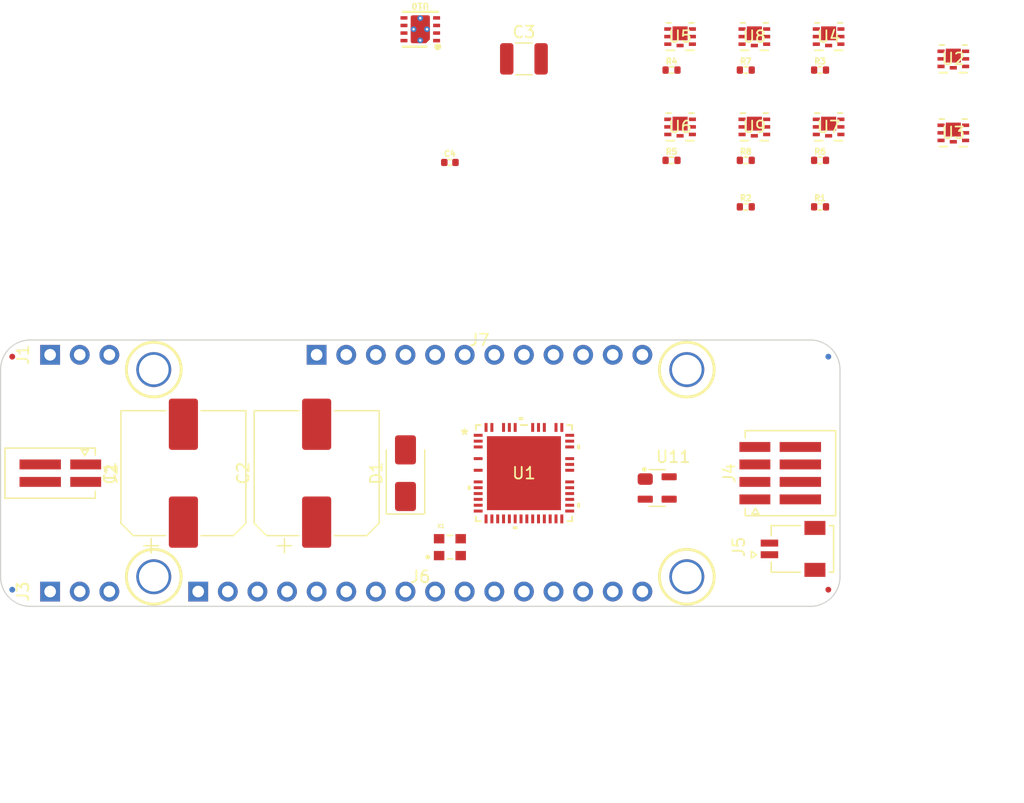
<source format=kicad_pcb>
(kicad_pcb (version 20221018) (generator pcbnew)
  (title_block (title "stepper-controller") (date "2024-04-04") (rev "1.0") (company "Howard Hughes Medical Institute"))
  (layers (0 "F.Cu" signal) (31 "B.Cu" signal) (34 "B.Paste" user) (35 "F.Paste" user) (36 "B.SilkS" user "B.Silkscreen") (37 "F.SilkS" user "F.Silkscreen") (38 "B.Mask" user) (39 "F.Mask" user) (44 "Edge.Cuts" user))
  (net 0 "")
  (net 1 "/GND")
  (net 2 "/driver-controller/mosfet1/GATE")
  (net 3 "Net-(U2-G)")
  (net 4 "/driver-controller/mosfet2/GATE")
  (net 5 "Net-(U3-G)")
  (net 6 "/driver-controller/mosfet4/GATE")
  (net 7 "Net-(U4-G)")
  (net 8 "/driver-controller/mosfet3/GATE")
  (net 9 "Net-(U5-G)")
  (net 44 "/driver-controller/mosfet5/GATE")
  (net 45 "Net-(U6-G)")
  (net 46 "/driver-controller/mosfet6/GATE")
  (net 47 "Net-(U7-G)")
  (net 48 "/driver-controller/mosfet7/GATE")
  (net 49 "Net-(U8-G)")
  (net 50 "/driver-controller/mosfet8/GATE")
  (net 51 "Net-(U9-G)")
  (net 52 "/driver-controller/mosfet1/DRAIN")
  (net 53 "/driver-controller/mosfet1/SOURCE")
  (net 54 "/driver-controller/mosfet2/DRAIN")
  (net 55 "/driver-controller/mosfet2/SOURCE")
  (net 56 "/driver-controller/mosfet4/DRAIN")
  (net 57 "/driver-controller/mosfet4/SOURCE")
  (net 58 "/driver-controller/mosfet3/DRAIN")
  (net 59 "/driver-controller/mosfet3/SOURCE")
  (net 60 "/driver-controller/mosfet5/DRAIN")
  (net 61 "/driver-controller/mosfet5/SOURCE")
  (net 62 "/driver-controller/mosfet6/DRAIN")
  (net 63 "/driver-controller/mosfet6/SOURCE")
  (net 64 "/driver-controller/mosfet7/DRAIN")
  (net 65 "/driver-controller/mosfet7/SOURCE")
  (net 66 "/driver-controller/mosfet8/DRAIN")
  (net 67 "/driver-controller/mosfet8/SOURCE")
  (net 103 "/power/ENABLE")
  (net 105 "/VM")
  (net 106 "/VIO")
  (net 107 "/driver-controller/CLOCK")
  (net 109 "/driver-controller/~{CS}")
  (net 110 "/driver-controller/SCK")
  (net 111 "/driver-controller/MOSI")
  (net 112 "/driver-controller/MISO")
  (footprint "Janelia:C_1210_3225Metric" (layer "F.Cu") (at 161.29 66.04)
    (fp_text reference "C3" (at 0 -2.3) (layer "F.SilkS"))
    (fp_text value "10uF_100V")
    (fp_line (start -0.711252 -1.36) (end 0.711252 -1.36) (stroke (width 0.12)) (layer "F.SilkS"))
    (fp_line (start -0.711252 1.36) (end 0.711252 1.36) (stroke (width 0.12)) (layer "F.SilkS"))
    (pad "1" smd roundrect (at -1.475 0) (size 1.15 2.7) (layers "F.Cu" "F.Paste" "F.Mask") (roundrect_rratio 0.217391) (net 105 "/VM"))
    (pad "2" smd roundrect (at 1.475 0) (size 1.15 2.7) (layers "F.Cu" "F.Paste" "F.Mask") (roundrect_rratio 0.217391) (net 1 "/GND"))
  )
  (footprint "Janelia:MOUNTING_HOLE_2.5" (layer "F.Cu") (at 175.26 110.49)
    (fp_text reference "H3" hide)
    (fp_text value "MOUNTING_HOLE_2.5" hide)
    (fp_circle (center 0 0) (end 2.35 0) (stroke (width 0.25)) (fill none) (layer "F.SilkS"))
    (pad "1" thru_hole circle (at 0 0) (size 3 3) (drill 2.54) (layers "*.Cu" "*.Mask") (net 1 "/GND"))
  )
  (footprint "Janelia:BUK7D3660EX_NEX" (layer "F.Cu") (at 198.12 66.04)
    (fp_text reference "U2" (at 0 0 unlocked) (layer "F.SilkS"))
    (fp_text value "BUK7D36-60EX")
    (fp_line (start -1.1811 1.1811) (end -0.507724 1.1811) (stroke (width 0.1524)) (layer "F.SilkS"))
    (fp_line (start -0.782527 -1.1811) (end -1.1811 -1.1811) (stroke (width 0.1524)) (layer "F.SilkS"))
    (fp_line (start 0.507724 1.1811) (end 1.1811 1.1811) (stroke (width 0.1524)) (layer "F.SilkS"))
    (fp_line (start 1.1811 -1.1811) (end 0.782527 -1.1811) (stroke (width 0.1524)) (layer "F.SilkS"))
    (pad "1" smd rect (at -1.0541 -0.649999) (size 0.6096 0.3048) (layers "F.Cu" "F.Paste" "F.Mask") (net 52 "/driver-controller/mosfet1/DRAIN"))
    (pad "2" smd rect (at -1.0541 0) (size 0.6096 0.3048) (layers "F.Cu" "F.Paste" "F.Mask") (net 52 "/driver-controller/mosfet1/DRAIN"))
    (pad "3" smd rect (at -1.0541 0.649999) (size 0.6096 0.3048) (layers "F.Cu" "F.Paste" "F.Mask") (net 3 "Net-(U2-G)"))
    (pad "4" smd rect (at 1.0541 0.649999) (size 0.6096 0.3048) (layers "F.Cu" "F.Paste" "F.Mask") (net 53 "/driver-controller/mosfet1/SOURCE"))
    (pad "5" smd rect (at 1.0541 0) (size 0.6096 0.3048) (layers "F.Cu" "F.Paste" "F.Mask") (net 52 "/driver-controller/mosfet1/DRAIN"))
    (pad "6" smd rect (at 1.0541 -0.649999) (size 0.6096 0.3048) (layers "F.Cu" "F.Paste" "F.Mask") (net 52 "/driver-controller/mosfet1/DRAIN"))
    (pad "7" smd rect (at 0 -0.28) (size 1.2954 1.1938) (layers "F.Cu" "F.Paste" "F.Mask") (net 52 "/driver-controller/mosfet1/DRAIN"))
    (pad "8" smd rect (at 0 0.765) (size 0.6096 0.3048) (layers "F.Cu" "F.Paste" "F.Mask") (net 53 "/driver-controller/mosfet1/SOURCE"))
  )
  (footprint "Janelia:MOUNTING_HOLE_2.5" (layer "F.Cu") (at 129.54 110.49)
    (fp_text reference "H4" hide)
    (fp_text value "MOUNTING_HOLE_2.5" hide)
    (fp_circle (center 0 0) (end 2.35 0) (stroke (width 0.25)) (fill none) (layer "F.SilkS"))
    (pad "1" thru_hole circle (at 0 0) (size 3 3) (drill 2.54) (layers "*.Cu" "*.Mask") (net 1 "/GND"))
  )
  (footprint "Janelia:R_0402_1005Metric" (layer "F.Cu") (at 180.32 78.74)
    (fp_text reference "R2" (at 0 -0.75) (layer "F.SilkS") (effects (font (size 0.5 0.5) (thickness 0.125) bold)))
    (fp_text value "15")
    (fp_line (start -0.153641 -0.275) (end 0.153641 -0.275) (stroke (width 0.15)) (layer "F.SilkS"))
    (fp_line (start -0.153641 0.275) (end 0.153641 0.275) (stroke (width 0.15)) (layer "F.SilkS"))
    (pad "1" smd roundrect (at -0.51 0) (size 0.54 0.64) (layers "F.Cu" "F.Paste" "F.Mask") (net 4 "/driver-controller/mosfet2/GATE"))
    (pad "2" smd roundrect (at 0.51 0) (size 0.54 0.64) (layers "F.Cu" "F.Paste" "F.Mask") (net 5 "Net-(U3-G)"))
  )
  (footprint "Janelia:R_0402_1005Metric" (layer "F.Cu") (at 186.69 78.74)
    (fp_text reference "R1" (at 0 -0.75) (layer "F.SilkS") (effects (font (size 0.5 0.5) (thickness 0.125) bold)))
    (fp_text value "15")
    (fp_line (start -0.153641 -0.275) (end 0.153641 -0.275) (stroke (width 0.15)) (layer "F.SilkS"))
    (fp_line (start -0.153641 0.275) (end 0.153641 0.275) (stroke (width 0.15)) (layer "F.SilkS"))
    (pad "1" smd roundrect (at -0.51 0) (size 0.54 0.64) (layers "F.Cu" "F.Paste" "F.Mask") (net 2 "/driver-controller/mosfet1/GATE"))
    (pad "2" smd roundrect (at 0.51 0) (size 0.54 0.64) (layers "F.Cu" "F.Paste" "F.Mask") (net 3 "Net-(U2-G)"))
  )
  (footprint "Janelia:PinHeader_1x03_P2.54mm_Vertical_Holes" (layer "F.Cu") (at 120.65 91.44 90)
    (fp_text reference "J1" (at 0 -2.33 90) (layer "F.SilkS"))
    (fp_text value "Conn_01x03_P2.54MM_HeaderHoles")
    (pad "1" thru_hole rect (at 0 0 90) (size 1.7 1.7) (drill 1) (layers "*.Cu" "*.Mask") (net 1 "/GND"))
    (pad "2" thru_hole oval (at 0 2.54 90) (size 1.7 1.7) (drill 1) (layers "*.Cu" "*.Mask") (net 1 "/GND"))
    (pad "3" thru_hole oval (at 0 5.08 90) (size 1.7 1.7) (drill 1) (layers "*.Cu" "*.Mask") (net 1 "/GND"))
  )
  (footprint "Janelia:DRB0008B" (layer "F.Cu") (at 152.4 63.5 180)
    (fp_text reference "U10" (at 0 2 180 unlocked) (layer "F.SilkS") (effects (font (size 0.5 0.5) (thickness 0.125) bold)))
    (fp_text value "3.3V_100MA")
    (fp_line (start -1.5 1.5) (end 1.5 1.5) (stroke (width 0.2)) (layer "F.SilkS"))
    (fp_line (start -0.5 -1.5) (end 1.5 -1.5) (stroke (width 0.2)) (layer "F.SilkS"))
    (fp_circle (center -1.5 -1.5) (end -1.25 -1.5) (stroke (width 0.1)) (fill solid) (layer "F.SilkS"))
    (pad "1" smd roundrect (at -1.4 -0.975 270) (size 0.3 0.6) (layers "F.Cu" "F.Paste" "F.Mask") (roundrect_rratio 0.1) (net 106 "/VIO"))
    (pad "2" smd roundrect (at -1.4 -0.325 270) (size 0.3 0.6) (layers "F.Cu" "F.Paste" "F.Mask") (roundrect_rratio 0.1))
    (pad "3" smd roundrect (at -1.4 0.325 270) (size 0.3 0.6) (layers "F.Cu" "F.Paste" "F.Mask") (roundrect_rratio 0.1))
    (pad "4" smd roundrect (at -1.4 0.975 270) (size 0.3 0.6) (layers "F.Cu" "F.Paste" "F.Mask") (roundrect_rratio 0.1) (net 1 "/GND"))
    (pad "5" smd roundrect (at 1.4 0.975 270) (size 0.3 0.6) (layers "F.Cu" "F.Paste" "F.Mask") (roundrect_rratio 0.1) (net 103 "/power/ENABLE"))
    (pad "6" smd roundrect (at 1.4 0.325 270) (size 0.3 0.6) (layers "F.Cu" "F.Paste" "F.Mask") (roundrect_rratio 0.1))
    (pad "7" smd roundrect (at 1.4 -0.325 270) (size 0.3 0.6) (layers "F.Cu" "F.Paste" "F.Mask") (roundrect_rratio 0.1))
    (pad "8" smd roundrect (at 1.4 -0.975 270) (size 0.3 0.6) (layers "F.Cu" "F.Paste" "F.Mask") (roundrect_rratio 0.1) (net 105 "/VM"))
    (pad "9" thru_hole circle (at -0.575 0 180) (size 0.5 0.5) (drill 0.2) (layers "*.Cu" "*.Mask") (net 1 "/GND"))
    (pad "9" thru_hole circle (at 0 -0.95 180) (size 0.5 0.5) (drill 0.2) (layers "*.Cu" "*.Mask") (net 1 "/GND"))
    (pad "9" smd roundrect (at 0 0 180) (size 1.65 2.4) (layers "F.Cu" "F.Mask") (roundrect_rratio 0.1) (chamfer_ratio 0.2) (chamfer top_left) (net 1 "/GND"))
    (pad "9" thru_hole circle (at 0 0.95 180) (size 0.5 0.5) (drill 0.2) (layers "*.Cu" "*.Mask") (net 1 "/GND"))
    (pad "9" thru_hole circle (at 0.575 0 180) (size 0.5 0.5) (drill 0.2) (layers "*.Cu" "*.Mask") (net 1 "/GND"))
  )
  (footprint "Janelia:R_0402_1005Metric" (layer "F.Cu") (at 186.69 67)
    (fp_text reference "R3" (at 0 -0.75) (layer "F.SilkS") (effects (font (size 0.5 0.5) (thickness 0.125) bold)))
    (fp_text value "15")
    (fp_line (start -0.153641 -0.275) (end 0.153641 -0.275) (stroke (width 0.15)) (layer "F.SilkS"))
    (fp_line (start -0.153641 0.275) (end 0.153641 0.275) (stroke (width 0.15)) (layer "F.SilkS"))
    (pad "1" smd roundrect (at -0.51 0) (size 0.54 0.64) (layers "F.Cu" "F.Paste" "F.Mask") (net 6 "/driver-controller/mosfet4/GATE"))
    (pad "2" smd roundrect (at 0.51 0) (size 0.54 0.64) (layers "F.Cu" "F.Paste" "F.Mask") (net 7 "Net-(U4-G)"))
  )
  (footprint "Janelia:CP_Elec_10x10.5" (layer "F.Cu") (at 132.08 101.6 90)
    (fp_text reference "C1" (at 0 -6.3 90) (layer "F.SilkS"))
    (fp_text value "100uF_63V")
    (fp_line (start -6.85 -2.76) (end -5.6 -2.76) (stroke (width 0.12)) (layer "F.SilkS"))
    (fp_line (start -6.225 -3.385) (end -6.225 -2.135) (stroke (width 0.12)) (layer "F.SilkS"))
    (fp_line (start -5.36 -4.295563) (end -5.36 -1.51) (stroke (width 0.12)) (layer "F.SilkS"))
    (fp_line (start -5.36 -4.295563) (end -4.295563 -5.36) (stroke (width 0.12)) (layer "F.SilkS"))
    (fp_line (start -5.36 4.295563) (end -5.36 1.51) (stroke (width 0.12)) (layer "F.SilkS"))
    (fp_line (start -5.36 4.295563) (end -4.295563 5.36) (stroke (width 0.12)) (layer "F.SilkS"))
    (fp_line (start -4.295563 -5.36) (end 5.36 -5.36) (stroke (width 0.12)) (layer "F.SilkS"))
    (fp_line (start -4.295563 5.36) (end 5.36 5.36) (stroke (width 0.12)) (layer "F.SilkS"))
    (fp_line (start 5.36 -5.36) (end 5.36 -1.51) (stroke (width 0.12)) (layer "F.SilkS"))
    (fp_line (start 5.36 5.36) (end 5.36 1.51) (stroke (width 0.12)) (layer "F.SilkS"))
    (pad "1" smd roundrect (at -4.2 0 90) (size 4.4 2.5) (layers "F.Cu" "F.Paste" "F.Mask") (roundrect_rratio 0.1) (net 105 "/VM"))
    (pad "2" smd roundrect (at 4.2 0 90) (size 4.4 2.5) (layers "F.Cu" "F.Paste" "F.Mask") (roundrect_rratio 0.1) (net 1 "/GND"))
  )
  (footprint "Janelia:C_0402_1005Metric" (layer "F.Cu") (at 154.94 74.93)
    (fp_text reference "C4" (at 0 -0.75) (layer "F.SilkS") (effects (font (size 0.5 0.5) (thickness 0.125) bold)))
    (fp_text value "10uF_6.3V")
    (fp_line (start -0.107836 -0.25) (end 0.107836 -0.25) (stroke (width 0.15)) (layer "F.SilkS"))
    (fp_line (start -0.107836 0.25) (end 0.107836 0.25) (stroke (width 0.15)) (layer "F.SilkS"))
    (pad "1" smd roundrect (at -0.48 0) (size 0.56 0.62) (layers "F.Cu" "F.Paste" "F.Mask") (net 106 "/VIO"))
    (pad "2" smd roundrect (at 0.48 0) (size 0.56 0.62) (layers "F.Cu" "F.Paste" "F.Mask") (net 1 "/GND"))
  )
  (footprint "Janelia:BUK7D3660EX_NEX" (layer "F.Cu") (at 181.0541 71.8793)
    (fp_text reference "U9" (at 0 0 unlocked) (layer "F.SilkS"))
    (fp_text value "BUK7D36-60EX")
    (fp_line (start -1.1811 1.1811) (end -0.507724 1.1811) (stroke (width 0.1524)) (layer "F.SilkS"))
    (fp_line (start -0.782527 -1.1811) (end -1.1811 -1.1811) (stroke (width 0.1524)) (layer "F.SilkS"))
    (fp_line (start 0.507724 1.1811) (end 1.1811 1.1811) (stroke (width 0.1524)) (layer "F.SilkS"))
    (fp_line (start 1.1811 -1.1811) (end 0.782527 -1.1811) (stroke (width 0.1524)) (layer "F.SilkS"))
    (pad "1" smd rect (at -1.0541 -0.649999) (size 0.6096 0.3048) (layers "F.Cu" "F.Paste" "F.Mask") (net 66 "/driver-controller/mosfet8/DRAIN"))
    (pad "2" smd rect (at -1.0541 0) (size 0.6096 0.3048) (layers "F.Cu" "F.Paste" "F.Mask") (net 66 "/driver-controller/mosfet8/DRAIN"))
    (pad "3" smd rect (at -1.0541 0.649999) (size 0.6096 0.3048) (layers "F.Cu" "F.Paste" "F.Mask") (net 51 "Net-(U9-G)"))
    (pad "4" smd rect (at 1.0541 0.649999) (size 0.6096 0.3048) (layers "F.Cu" "F.Paste" "F.Mask") (net 67 "/driver-controller/mosfet8/SOURCE"))
    (pad "5" smd rect (at 1.0541 0) (size 0.6096 0.3048) (layers "F.Cu" "F.Paste" "F.Mask") (net 66 "/driver-controller/mosfet8/DRAIN"))
    (pad "6" smd rect (at 1.0541 -0.649999) (size 0.6096 0.3048) (layers "F.Cu" "F.Paste" "F.Mask") (net 66 "/driver-controller/mosfet8/DRAIN"))
    (pad "7" smd rect (at 0 -0.28) (size 1.2954 1.1938) (layers "F.Cu" "F.Paste" "F.Mask") (net 66 "/driver-controller/mosfet8/DRAIN"))
    (pad "8" smd rect (at 0 0.765) (size 0.6096 0.3048) (layers "F.Cu" "F.Paste" "F.Mask") (net 67 "/driver-controller/mosfet8/SOURCE"))
  )
  (footprint "Janelia:21-100593_ADI" (layer "F.Cu") (at 161.29 101.6)
    (fp_text reference "U1" (at 0 0 unlocked) (layer "F.SilkS"))
    (fp_text value "TMC5160A-WA")
    (fp_text user "*" (at -5.0927 -3.25) (layer "F.SilkS"))
    (fp_text user "*" (at -5.0927 -3.25 unlocked) (layer "F.SilkS"))
    (fp_line (start -4.1275 -4.1275) (end -4.1275 -3.709741) (stroke (width 0.1524)) (layer "F.SilkS"))
    (fp_line (start -4.1275 3.709741) (end -4.1275 4.1275) (stroke (width 0.1524)) (layer "F.SilkS"))
    (fp_line (start -4.1275 4.1275) (end -3.709741 4.1275) (stroke (width 0.1524)) (layer "F.SilkS"))
    (fp_line (start -3.709741 -4.1275) (end -4.1275 -4.1275) (stroke (width 0.1524)) (layer "F.SilkS"))
    (fp_line (start 0.290261 -4.1275) (end -0.290261 -4.1275) (stroke (width 0.1524)) (layer "F.SilkS"))
    (fp_line (start 3.709741 4.1275) (end 4.1275 4.1275) (stroke (width 0.1524)) (layer "F.SilkS"))
    (fp_line (start 4.1275 -4.1275) (end 3.709741 -4.1275) (stroke (width 0.1524)) (layer "F.SilkS"))
    (fp_line (start 4.1275 -3.709741) (end 4.1275 -4.1275) (stroke (width 0.1524)) (layer "F.SilkS"))
    (fp_line (start 4.1275 4.1275) (end 4.1275 3.709741) (stroke (width 0.1524)) (layer "F.SilkS"))
    (fp_poly (pts (xy -4.8133 1.0595) (xy -4.8133 1.4405) (xy -4.5593 1.4405) (xy -4.5593 1.0595)) (fill solid) (layer "F.SilkS"))
    (fp_poly (pts (xy -0.940501 4.5593) (xy -0.940501 4.8133) (xy -0.559501 4.8133) (xy -0.559501 4.5593)) (fill solid) (layer "F.SilkS"))
    (fp_poly (pts (xy -0.4405 -4.5593) (xy -0.4405 -4.8133) (xy -0.059499 -4.8133) (xy -0.059499 -4.5593)) (fill solid) (layer "F.SilkS"))
    (fp_poly (pts (xy 4.8133 -2.440501) (xy 4.8133 -2.059501) (xy 4.5593 -2.059501) (xy 4.5593 -2.440501)) (fill solid) (layer "F.SilkS"))
    (fp_poly (pts (xy 4.8133 2.5595) (xy 4.8133 2.9405) (xy 4.5593 2.9405) (xy 4.5593 2.5595)) (fill solid) (layer "F.SilkS"))
    (pad "1" smd rect (at -3.9243 -3.250001 90) (size 0.254 0.762) (layers "F.Cu" "F.Paste" "F.Mask"))
    (pad "2" smd rect (at -3.9243 -2.75 90) (size 0.254 0.762) (layers "F.Cu" "F.Paste" "F.Mask"))
    (pad "3" smd rect (at -3.9243 -2.250001 90) (size 0.254 0.762) (layers "F.Cu" "F.Paste" "F.Mask"))
    (pad "4" smd rect (at -3.9243 -1.25 90) (size 0.254 0.762) (layers "F.Cu" "F.Paste" "F.Mask"))
    (pad "5" smd rect (at -3.9243 -0.25 90) (size 0.254 0.762) (layers "F.Cu" "F.Paste" "F.Mask"))
    (pad "6" smd rect (at -3.9243 0.750001 90) (size 0.254 0.762) (layers "F.Cu" "F.Paste" "F.Mask"))
    (pad "7" smd rect (at -3.9243 1.25 90) (size 0.254 0.762) (layers "F.Cu" "F.Paste" "F.Mask") (net 1 "/GND"))
    (pad "8" smd rect (at -3.9243 1.749999 90) (size 0.254 0.762) (layers "F.Cu" "F.Paste" "F.Mask"))
    (pad "9" smd rect (at -3.9243 2.250001 90) (size 0.254 0.762) (layers "F.Cu" "F.Paste" "F.Mask"))
    (pad "10" smd rect (at -3.9243 2.75 90) (size 0.254 0.762) (layers "F.Cu" "F.Paste" "F.Mask"))
    (pad "11" smd rect (at -3.9243 3.250001 90) (size 0.254 0.762) (layers "F.Cu" "F.Paste" "F.Mask"))
    (pad "12" smd rect (at -3.250001 3.9243) (size 0.254 0.762) (layers "F.Cu" "F.Paste" "F.Mask") (net 1 "/GND"))
    (pad "13" smd rect (at -2.75 3.9243) (size 0.254 0.762) (layers "F.Cu" "F.Paste" "F.Mask") (net 107 "/driver-controller/CLOCK"))
    (pad "14" smd rect (at -2.250001 3.9243) (size 0.254 0.762) (layers "F.Cu" "F.Paste" "F.Mask") (net 109 "/driver-controller/~{CS}"))
    (pad "15" smd rect (at -1.749999 3.9243) (size 0.254 0.762) (layers "F.Cu" "F.Paste" "F.Mask") (net 110 "/driver-controller/SCK"))
    (pad "16" smd rect (at -1.25 3.9243) (size 0.254 0.762) (layers "F.Cu" "F.Paste" "F.Mask") (net 111 "/driver-controller/MOSI"))
    (pad "17" smd rect (at -0.750001 3.9243) (size 0.254 0.762) (layers "F.Cu" "F.Paste" "F.Mask") (net 112 "/driver-controller/MISO"))
    (pad "18" smd rect (at -0.25 3.9243) (size 0.254 0.762) (layers "F.Cu" "F.Paste" "F.Mask"))
    (pad "19" smd rect (at 0.25 3.9243) (size 0.254 0.762) (layers "F.Cu" "F.Paste" "F.Mask") (net 1 "/GND"))
    (pad "20" smd rect (at 0.750001 3.9243) (size 0.254 0.762) (layers "F.Cu" "F.Paste" "F.Mask"))
    (pad "21" smd rect (at 1.25 3.9243) (size 0.254 0.762) (layers "F.Cu" "F.Paste" "F.Mask") (net 1 "/GND"))
    (pad "22" smd rect (at 1.749999 3.9243) (size 0.254 0.762) (layers "F.Cu" "F.Paste" "F.Mask") (net 106 "/VIO"))
    (pad "23" smd rect (at 2.250001 3.9243) (size 0.254 0.762) (layers "F.Cu" "F.Paste" "F.Mask"))
    (pad "24" smd rect (at 2.75 3.9243) (size 0.254 0.762) (layers "F.Cu" "F.Paste" "F.Mask"))
    (pad "25" smd rect (at 3.250001 3.9243) (size 0.254 0.762) (layers "F.Cu" "F.Paste" "F.Mask") (net 1 "/GND"))
    (pad "26" smd rect (at 3.9243 3.250001 90) (size 0.254 0.762) (layers "F.Cu" "F.Paste" "F.Mask") (net 1 "/GND"))
    (pad "27" smd rect (at 3.9243 2.75 90) (size 0.254 0.762) (layers "F.Cu" "F.Paste" "F.Mask"))
    (pad "28" smd rect (at 3.9243 2.250001 90) (size 0.254 0.762) (layers "F.Cu" "F.Paste" "F.Mask"))
    (pad "29" smd rect (at 3.9243 1.749999 90) (size 0.254 0.762) (layers "F.Cu" "F.Paste" "F.Mask") (net 1 "/GND"))
    (pad "30" smd rect (at 3.9243 1.25 90) (size 0.254 0.762) (layers "F.Cu" "F.Paste" "F.Mask"))
    (pad "31" smd rect (at 3.9243 0.750001 90) (size 0.254 0.762) (layers "F.Cu" "F.Paste" "F.Mask"))
    (pad "32" smd rect (at 3.9243 -0.25 90) (size 0.254 0.762) (layers "F.Cu" "F.Paste" "F.Mask"))
    (pad "33" smd rect (at 3.9243 -0.750001 90) (size 0.254 0.762) (layers "F.Cu" "F.Paste" "F.Mask"))
    (pad "34" smd rect (at 3.9243 -1.25 90) (size 0.254 0.762) (layers "F.Cu" "F.Paste" "F.Mask"))
    (pad "35" smd rect (at 3.9243 -2.250001 90) (size 0.254 0.762) (layers "F.Cu" "F.Paste" "F.Mask"))
    (pad "36" smd rect (at 3.9243 -2.75 90) (size 0.254 0.762) (layers "F.Cu" "F.Paste" "F.Mask"))
    (pad "37" smd rect (at 3.9243 -3.250001 90) (size 0.254 0.762) (layers "F.Cu" "F.Paste" "F.Mask"))
    (pad "38" smd rect (at 3.250001 -3.9243) (size 0.254 0.762) (layers "F.Cu" "F.Paste" "F.Mask"))
    (pad "39" smd rect (at 2.75 -3.9243) (size 0.254 0.762) (layers "F.Cu" "F.Paste" "F.Mask"))
    (pad "40" smd rect (at 1.749999 -3.9243) (size 0.254 0.762) (layers "F.Cu" "F.Paste" "F.Mask"))
    (pad "41" smd rect (at 1.25 -3.9243) (size 0.254 0.762) (layers "F.Cu" "F.Paste" "F.Mask"))
    (pad "42" smd rect (at 0.750001 -3.9243) (size 0.254 0.762) (layers "F.Cu" "F.Paste" "F.Mask"))
    (pad "43" smd rect (at -0.750001 -3.9243) (size 0.254 0.762) (layers "F.Cu" "F.Paste" "F.Mask"))
    (pad "44" smd rect (at -1.25 -3.9243) (size 0.254 0.762) (layers "F.Cu" "F.Paste" "F.Mask"))
    (pad "45" smd rect (at -1.749999 -3.9243) (size 0.254 0.762) (layers "F.Cu" "F.Paste" "F.Mask"))
    (pad "46" smd rect (at -2.75 -3.9243) (size 0.254 0.762) (layers "F.Cu" "F.Paste" "F.Mask"))
    (pad "47" smd rect (at -3.250001 -3.9243) (size 0.254 0.762) (layers "F.Cu" "F.Paste" "F.Mask"))
    (pad "48" smd rect (at 0 0) (size 6.35 6.35) (layers "F.Cu" "F.Paste" "F.Mask") (net 1 "/GND"))
  )
  (footprint "Janelia:R_0402_1005Metric" (layer "F.Cu") (at 180.32 67)
    (fp_text reference "R7" (at 0 -0.75) (layer "F.SilkS") (effects (font (size 0.5 0.5) (thickness 0.125) bold)))
    (fp_text value "15")
    (fp_line (start -0.153641 -0.275) (end 0.153641 -0.275) (stroke (width 0.15)) (layer "F.SilkS"))
    (fp_line (start -0.153641 0.275) (end 0.153641 0.275) (stroke (width 0.15)) (layer "F.SilkS"))
    (pad "1" smd roundrect (at -0.51 0) (size 0.54 0.64) (layers "F.Cu" "F.Paste" "F.Mask") (net 48 "/driver-controller/mosfet7/GATE"))
    (pad "2" smd roundrect (at 0.51 0) (size 0.54 0.64) (layers "F.Cu" "F.Paste" "F.Mask") (net 49 "Net-(U8-G)"))
  )
  (footprint "Janelia:CP_Elec_10x10.5" (layer "F.Cu") (at 143.51 101.6 90)
    (fp_text reference "C2" (at 0 -6.3 90) (layer "F.SilkS"))
    (fp_text value "100uF_63V")
    (fp_line (start -6.85 -2.76) (end -5.6 -2.76) (stroke (width 0.12)) (layer "F.SilkS"))
    (fp_line (start -6.225 -3.385) (end -6.225 -2.135) (stroke (width 0.12)) (layer "F.SilkS"))
    (fp_line (start -5.36 -4.295563) (end -5.36 -1.51) (stroke (width 0.12)) (layer "F.SilkS"))
    (fp_line (start -5.36 -4.295563) (end -4.295563 -5.36) (stroke (width 0.12)) (layer "F.SilkS"))
    (fp_line (start -5.36 4.295563) (end -5.36 1.51) (stroke (width 0.12)) (layer "F.SilkS"))
    (fp_line (start -5.36 4.295563) (end -4.295563 5.36) (stroke (width 0.12)) (layer "F.SilkS"))
    (fp_line (start -4.295563 -5.36) (end 5.36 -5.36) (stroke (width 0.12)) (layer "F.SilkS"))
    (fp_line (start -4.295563 5.36) (end 5.36 5.36) (stroke (width 0.12)) (layer "F.SilkS"))
    (fp_line (start 5.36 -5.36) (end 5.36 -1.51) (stroke (width 0.12)) (layer "F.SilkS"))
    (fp_line (start 5.36 5.36) (end 5.36 1.51) (stroke (width 0.12)) (layer "F.SilkS"))
    (pad "1" smd roundrect (at -4.2 0 90) (size 4.4 2.5) (layers "F.Cu" "F.Paste" "F.Mask") (roundrect_rratio 0.1) (net 105 "/VM"))
    (pad "2" smd roundrect (at 4.2 0 90) (size 4.4 2.5) (layers "F.Cu" "F.Paste" "F.Mask") (roundrect_rratio 0.1) (net 1 "/GND"))
  )
  (footprint "Janelia:BUK7D3660EX_NEX" (layer "F.Cu") (at 187.4241 64.1293)
    (fp_text reference "U4" (at 0 0 unlocked) (layer "F.SilkS"))
    (fp_text value "BUK7D36-60EX")
    (fp_line (start -1.1811 1.1811) (end -0.507724 1.1811) (stroke (width 0.1524)) (layer "F.SilkS"))
    (fp_line (start -0.782527 -1.1811) (end -1.1811 -1.1811) (stroke (width 0.1524)) (layer "F.SilkS"))
    (fp_line (start 0.507724 1.1811) (end 1.1811 1.1811) (stroke (width 0.1524)) (layer "F.SilkS"))
    (fp_line (start 1.1811 -1.1811) (end 0.782527 -1.1811) (stroke (width 0.1524)) (layer "F.SilkS"))
    (pad "1" smd rect (at -1.0541 -0.649999) (size 0.6096 0.3048) (layers "F.Cu" "F.Paste" "F.Mask") (net 56 "/driver-controller/mosfet4/DRAIN"))
    (pad "2" smd rect (at -1.0541 0) (size 0.6096 0.3048) (layers "F.Cu" "F.Paste" "F.Mask") (net 56 "/driver-controller/mosfet4/DRAIN"))
    (pad "3" smd rect (at -1.0541 0.649999) (size 0.6096 0.3048) (layers "F.Cu" "F.Paste" "F.Mask") (net 7 "Net-(U4-G)"))
    (pad "4" smd rect (at 1.0541 0.649999) (size 0.6096 0.3048) (layers "F.Cu" "F.Paste" "F.Mask") (net 57 "/driver-controller/mosfet4/SOURCE"))
    (pad "5" smd rect (at 1.0541 0) (size 0.6096 0.3048) (layers "F.Cu" "F.Paste" "F.Mask") (net 56 "/driver-controller/mosfet4/DRAIN"))
    (pad "6" smd rect (at 1.0541 -0.649999) (size 0.6096 0.3048) (layers "F.Cu" "F.Paste" "F.Mask") (net 56 "/driver-controller/mosfet4/DRAIN"))
    (pad "7" smd rect (at 0 -0.28) (size 1.2954 1.1938) (layers "F.Cu" "F.Paste" "F.Mask") (net 56 "/driver-controller/mosfet4/DRAIN"))
    (pad "8" smd rect (at 0 0.765) (size 0.6096 0.3048) (layers "F.Cu" "F.Paste" "F.Mask") (net 57 "/driver-controller/mosfet4/SOURCE"))
  )
  (footprint "Janelia:SOT192P237X122-4N" (layer "F.Cu") (at 172.72 102.87)
    (fp_text reference "U11" (at 1.375 -2.675) (layer "F.SilkS"))
    (fp_text value "MAX6816")
    (fp_line (start -0.7 -1.574) (end 0.7 -1.574) (stroke (width 0.127)) (layer "F.SilkS"))
    (fp_line (start 0.7 1.574) (end -0.7 1.574) (stroke (width 0.127)) (layer "F.SilkS"))
    (fp_circle (center -1.1 -1.6) (end -1 -1.6) (stroke (width 0.2)) (fill none) (layer "F.SilkS"))
    (pad "1" smd roundrect (at -1.025 -0.765) (size 1.3 0.99) (layers "F.Cu" "F.Paste" "F.Mask"))
    (pad "2" smd roundrect (at -1.025 0.96) (size 1.3 0.6) (layers "F.Cu" "F.Paste" "F.Mask") (roundrect_rratio 0.15))
    (pad "3" smd roundrect (at 1.025 0.96) (size 1.3 0.6) (layers "F.Cu" "F.Paste" "F.Mask") (roundrect_rratio 0.15))
    (pad "4" smd roundrect (at 1.025 -0.96) (size 1.3 0.6) (layers "F.Cu" "F.Paste" "F.Mask") (roundrect_rratio 0.15))
  )
  (footprint "Janelia:Molex_Pico-SPOX-87438_1x02-P1.5MM_Horizontal" (layer "F.Cu") (at 120.65 101.6 -90)
    (fp_text reference "J2" (at 0.065 -5.25 90) (layer "F.SilkS"))
    (fp_text value "Conn_01x02_P1.5MM_Molex_Pico-SPOX-87438_Horizontal")
    (fp_line (start -2.15 3.875) (end -2.15 -3.875) (stroke (width 0.127)) (layer "F.SilkS"))
    (fp_line (start -2.15 3.875) (end 2.15 3.875) (stroke (width 0.127)) (layer "F.SilkS"))
    (fp_line (start -2 -3.275) (end -2 -2.675) (stroke (width 0.127)) (layer "F.SilkS"))
    (fp_line (start -2 -2.675) (end -1.5 -2.975) (stroke (width 0.127)) (layer "F.SilkS"))
    (fp_line (start -1.55 -3.875) (end -2.15 -3.875) (stroke (width 0.127)) (layer "F.SilkS"))
    (fp_line (start -1.5 -2.975) (end -2 -3.275) (stroke (width 0.127)) (layer "F.SilkS"))
    (fp_line (start 2.15 -3.875) (end 1.55 -3.875) (stroke (width 0.127)) (layer "F.SilkS"))
    (fp_line (start 2.15 3.875) (end 2.15 -3.875) (stroke (width 0.127)) (layer "F.SilkS"))
    (pad "" smd rect (at -0.75 0.85 270) (size 0.85 3.55) (layers "F.Cu" "F.Paste"))
    (pad "" smd rect (at 0.75 0.85 270) (size 0.85 3.55) (layers "F.Cu" "F.Paste"))
    (pad "1" smd rect (at -0.75 -3.05 270) (size 0.85 2.65) (layers "F.Cu" "F.Paste") (net 1 "/GND"))
    (pad "2" smd rect (at 0.75 -3.05 270) (size 0.85 2.65) (layers "F.Cu" "F.Paste") (net 105 "/VM"))
  )
  (footprint "Janelia:BUK7D3660EX_NEX" (layer "F.Cu") (at 174.6841 71.8793)
    (fp_text reference "U6" (at 0 0 unlocked) (layer "F.SilkS"))
    (fp_text value "BUK7D36-60EX")
    (fp_line (start -1.1811 1.1811) (end -0.507724 1.1811) (stroke (width 0.1524)) (layer "F.SilkS"))
    (fp_line (start -0.782527 -1.1811) (end -1.1811 -1.1811) (stroke (width 0.1524)) (layer "F.SilkS"))
    (fp_line (start 0.507724 1.1811) (end 1.1811 1.1811) (stroke (width 0.1524)) (layer "F.SilkS"))
    (fp_line (start 1.1811 -1.1811) (end 0.782527 -1.1811) (stroke (width 0.1524)) (layer "F.SilkS"))
    (pad "1" smd rect (at -1.0541 -0.649999) (size 0.6096 0.3048) (layers "F.Cu" "F.Paste" "F.Mask") (net 60 "/driver-controller/mosfet5/DRAIN"))
    (pad "2" smd rect (at -1.0541 0) (size 0.6096 0.3048) (layers "F.Cu" "F.Paste" "F.Mask") (net 60 "/driver-controller/mosfet5/DRAIN"))
    (pad "3" smd rect (at -1.0541 0.649999) (size 0.6096 0.3048) (layers "F.Cu" "F.Paste" "F.Mask") (net 45 "Net-(U6-G)"))
    (pad "4" smd rect (at 1.0541 0.649999) (size 0.6096 0.3048) (layers "F.Cu" "F.Paste" "F.Mask") (net 61 "/driver-controller/mosfet5/SOURCE"))
    (pad "5" smd rect (at 1.0541 0) (size 0.6096 0.3048) (layers "F.Cu" "F.Paste" "F.Mask") (net 60 "/driver-controller/mosfet5/DRAIN"))
    (pad "6" smd rect (at 1.0541 -0.649999) (size 0.6096 0.3048) (layers "F.Cu" "F.Paste" "F.Mask") (net 60 "/driver-controller/mosfet5/DRAIN"))
    (pad "7" smd rect (at 0 -0.28) (size 1.2954 1.1938) (layers "F.Cu" "F.Paste" "F.Mask") (net 60 "/driver-controller/mosfet5/DRAIN"))
    (pad "8" smd rect (at 0 0.765) (size 0.6096 0.3048) (layers "F.Cu" "F.Paste" "F.Mask") (net 61 "/driver-controller/mosfet5/SOURCE"))
  )
  (footprint "Janelia:R_0402_1005Metric" (layer "F.Cu") (at 186.69 74.75)
    (fp_text reference "R6" (at 0 -0.75) (layer "F.SilkS") (effects (font (size 0.5 0.5) (thickness 0.125) bold)))
    (fp_text value "15")
    (fp_line (start -0.153641 -0.275) (end 0.153641 -0.275) (stroke (width 0.15)) (layer "F.SilkS"))
    (fp_line (start -0.153641 0.275) (end 0.153641 0.275) (stroke (width 0.15)) (layer "F.SilkS"))
    (pad "1" smd roundrect (at -0.51 0) (size 0.54 0.64) (layers "F.Cu" "F.Paste" "F.Mask") (net 46 "/driver-controller/mosfet6/GATE"))
    (pad "2" smd roundrect (at 0.51 0) (size 0.54 0.64) (layers "F.Cu" "F.Paste" "F.Mask") (net 47 "Net-(U7-G)"))
  )
  (footprint "Janelia:D_SMA" (layer "F.Cu") (at 151.13 101.6 90)
    (fp_text reference "D1" (at 0 -2.5 90) (layer "F.SilkS"))
    (fp_text value "Diode_SMAJ51A")
    (fp_line (start -3.51 -1.65) (end -3.51 1.65) (stroke (width 0.12)) (layer "F.SilkS"))
    (fp_line (start -3.51 -1.65) (end 2 -1.65) (stroke (width 0.12)) (layer "F.SilkS"))
    (fp_line (start -3.51 1.65) (end 2 1.65) (stroke (width 0.12)) (layer "F.SilkS"))
    (pad "1" smd roundrect (at -2 0 90) (size 2.5 1.8) (layers "F.Cu" "F.Paste" "F.Mask") (roundrect_rratio 0.1388888889) (net 105 "/VM"))
    (pad "2" smd roundrect (at 2 0 90) (size 2.5 1.8) (layers "F.Cu" "F.Paste" "F.Mask") (roundrect_rratio 0.1388888889) (net 1 "/GND"))
  )
  (footprint "Janelia:R_0402_1005Metric" (layer "F.Cu") (at 180.32 74.75)
    (fp_text reference "R8" (at 0 -0.75) (layer "F.SilkS") (effects (font (size 0.5 0.5) (thickness 0.125) bold)))
    (fp_text value "15")
    (fp_line (start -0.153641 -0.275) (end 0.153641 -0.275) (stroke (width 0.15)) (layer "F.SilkS"))
    (fp_line (start -0.153641 0.275) (end 0.153641 0.275) (stroke (width 0.15)) (layer "F.SilkS"))
    (pad "1" smd roundrect (at -0.51 0) (size 0.54 0.64) (layers "F.Cu" "F.Paste" "F.Mask") (net 50 "/driver-controller/mosfet8/GATE"))
    (pad "2" smd roundrect (at 0.51 0) (size 0.54 0.64) (layers "F.Cu" "F.Paste" "F.Mask") (net 51 "Net-(U9-G)"))
  )
  (footprint "Janelia:MOUNTING_HOLE_2.5" (layer "F.Cu") (at 175.26 92.71)
    (fp_text reference "H2" hide)
    (fp_text value "MOUNTING_HOLE_2.5" hide)
    (fp_circle (center 0 0) (end 2.35 0) (stroke (width 0.25)) (fill none) (layer "F.SilkS"))
    (pad "1" thru_hole circle (at 0 0) (size 3 3) (drill 2.54) (layers "*.Cu" "*.Mask") (net 1 "/GND"))
  )
  (footprint "Janelia:PinHeader_1x03_P2.54mm_Vertical_Holes" (layer "F.Cu") (at 120.65 111.76 90)
    (fp_text reference "J3" (at 0 -2.33 90) (layer "F.SilkS"))
    (fp_text value "Conn_01x03_P2.54MM_HeaderHoles")
    (pad "1" thru_hole rect (at 0 0 90) (size 1.7 1.7) (drill 1) (layers "*.Cu" "*.Mask") (net 105 "/VM"))
    (pad "2" thru_hole oval (at 0 2.54 90) (size 1.7 1.7) (drill 1) (layers "*.Cu" "*.Mask") (net 105 "/VM"))
    (pad "3" thru_hole oval (at 0 5.08 90) (size 1.7 1.7) (drill 1) (layers "*.Cu" "*.Mask") (net 105 "/VM"))
  )
  (footprint "Janelia:Molex_Pico-SPOX-87438_1x04-P1.5mm_Horizontal" (layer "F.Cu") (at 184.15 101.6 90)
    (fp_text reference "J4" (at 0 -5.25 90) (layer "F.SilkS"))
    (fp_text value "Conn_01x04_P1.5MM_Molex_Pico-SPOX-87438_Horizontal")
    (fp_line (start -3.65 3.875) (end -3.65 -3.875) (stroke (width 0.127)) (layer "F.SilkS"))
    (fp_line (start -3.65 3.875) (end 3.65 3.875) (stroke (width 0.127)) (layer "F.SilkS"))
    (fp_line (start -3.5 -3.3) (end -3.5 -2.7) (stroke (width 0.127)) (layer "F.SilkS"))
    (fp_line (start -3.5 -2.7) (end -3 -3) (stroke (width 0.127)) (layer "F.SilkS"))
    (fp_line (start -3.05 -3.875) (end -3.65 -3.875) (stroke (width 0.127)) (layer "F.SilkS"))
    (fp_line (start -3 -3) (end -3.5 -3.3) (stroke (width 0.127)) (layer "F.SilkS"))
    (fp_line (start 3.65 -3.875) (end 3.05 -3.875) (stroke (width 0.127)) (layer "F.SilkS"))
    (fp_line (start 3.65 3.875) (end 3.65 -3.875) (stroke (width 0.127)) (layer "F.SilkS"))
    (pad "" smd rect (at -2.25 0.85 90) (size 0.85 3.55) (layers "F.Cu" "F.Paste"))
    (pad "" smd rect (at -0.75 0.85 90) (size 0.85 3.55) (layers "F.Cu" "F.Paste"))
    (pad "" smd rect (at 0.75 0.85 90) (size 0.85 3.55) (layers "F.Cu" "F.Paste"))
    (pad "" smd rect (at 2.25 0.85 90) (size 0.85 3.55) (layers "F.Cu" "F.Paste"))
    (pad "1" smd rect (at -2.25 -3.05 90) (size 0.85 2.65) (layers "F.Cu" "F.Paste"))
    (pad "2" smd rect (at -0.75 -3.05 90) (size 0.85 2.65) (layers "F.Cu" "F.Paste"))
    (pad "3" smd rect (at 0.75 -3.05 90) (size 0.85 2.65) (layers "F.Cu" "F.Paste"))
    (pad "4" smd rect (at 2.25 -3.05 90) (size 0.85 2.65) (layers "F.Cu" "F.Paste"))
  )
  (footprint "Janelia:MOUNTING_HOLE_2.5" (layer "F.Cu") (at 129.54 92.71)
    (fp_text reference "H1" hide)
    (fp_text value "MOUNTING_HOLE_2.5" hide)
    (fp_circle (center 0 0) (end 2.35 0) (stroke (width 0.25)) (fill none) (layer "F.SilkS"))
    (pad "1" thru_hole circle (at 0 0) (size 3 3) (drill 2.54) (layers "*.Cu" "*.Mask") (net 1 "/GND"))
  )
  (footprint "Janelia:PinHeader_1x12_P2.54mm_Vertical_Holes" (layer "F.Cu") (at 143.51 91.44 90)
    (fp_text reference "J7" (at 1.27 13.97) (layer "F.SilkS"))
    (fp_text value "Conn_01x12_P2.54MM_HeaderHoles")
    (pad "1" thru_hole rect (at 0 0 90) (size 1.7 1.7) (drill 1) (layers "*.Cu" "*.Mask"))
    (pad "2" thru_hole oval (at 0 2.54 90) (size 1.7 1.7) (drill 1) (layers "*.Cu" "*.Mask"))
    (pad "3" thru_hole oval (at 0 5.08 90) (size 1.7 1.7) (drill 1) (layers "*.Cu" "*.Mask"))
    (pad "4" thru_hole oval (at 0 7.62 90) (size 1.7 1.7) (drill 1) (layers "*.Cu" "*.Mask"))
    (pad "5" thru_hole oval (at 0 10.16 90) (size 1.7 1.7) (drill 1) (layers "*.Cu" "*.Mask"))
    (pad "6" thru_hole oval (at 0 12.7 90) (size 1.7 1.7) (drill 1) (layers "*.Cu" "*.Mask"))
    (pad "7" thru_hole oval (at 0 15.24 90) (size 1.7 1.7) (drill 1) (layers "*.Cu" "*.Mask"))
    (pad "8" thru_hole oval (at 0 17.78 90) (size 1.7 1.7) (drill 1) (layers "*.Cu" "*.Mask"))
    (pad "9" thru_hole oval (at 0 20.32 90) (size 1.7 1.7) (drill 1) (layers "*.Cu" "*.Mask"))
    (pad "10" thru_hole oval (at 0 22.86 90) (size 1.7 1.7) (drill 1) (layers "*.Cu" "*.Mask"))
    (pad "11" thru_hole oval (at 0 25.4 90) (size 1.7 1.7) (drill 1) (layers "*.Cu" "*.Mask"))
    (pad "12" thru_hole oval (at 0 27.94 90) (size 1.7 1.7) (drill 1) (layers "*.Cu" "*.Mask"))
  )
  (footprint "Janelia:FIDUCIAL_0.5mm_Mask1mm" (layer "F.Cu") (at 187.4 111.6)
    (fp_text reference "FID3")
    (fp_text value "FIDUCIAL_0.5mm_MASK1mm" hide)
    (pad "" smd circle (at 0 0) (size 0.5 0.5) (layers "F.Cu" "F.Mask") (clearance 0.25))
  )
  (footprint "Janelia:BUK7D3660EX_NEX" (layer "F.Cu") (at 187.4241 71.8793)
    (fp_text reference "U7" (at 0 0 unlocked) (layer "F.SilkS"))
    (fp_text value "BUK7D36-60EX")
    (fp_line (start -1.1811 1.1811) (end -0.507724 1.1811) (stroke (width 0.1524)) (layer "F.SilkS"))
    (fp_line (start -0.782527 -1.1811) (end -1.1811 -1.1811) (stroke (width 0.1524)) (layer "F.SilkS"))
    (fp_line (start 0.507724 1.1811) (end 1.1811 1.1811) (stroke (width 0.1524)) (layer "F.SilkS"))
    (fp_line (start 1.1811 -1.1811) (end 0.782527 -1.1811) (stroke (width 0.1524)) (layer "F.SilkS"))
    (pad "1" smd rect (at -1.0541 -0.649999) (size 0.6096 0.3048) (layers "F.Cu" "F.Paste" "F.Mask") (net 62 "/driver-controller/mosfet6/DRAIN"))
    (pad "2" smd rect (at -1.0541 0) (size 0.6096 0.3048) (layers "F.Cu" "F.Paste" "F.Mask") (net 62 "/driver-controller/mosfet6/DRAIN"))
    (pad "3" smd rect (at -1.0541 0.649999) (size 0.6096 0.3048) (layers "F.Cu" "F.Paste" "F.Mask") (net 47 "Net-(U7-G)"))
    (pad "4" smd rect (at 1.0541 0.649999) (size 0.6096 0.3048) (layers "F.Cu" "F.Paste" "F.Mask") (net 63 "/driver-controller/mosfet6/SOURCE"))
    (pad "5" smd rect (at 1.0541 0) (size 0.6096 0.3048) (layers "F.Cu" "F.Paste" "F.Mask") (net 62 "/driver-controller/mosfet6/DRAIN"))
    (pad "6" smd rect (at 1.0541 -0.649999) (size 0.6096 0.3048) (layers "F.Cu" "F.Paste" "F.Mask") (net 62 "/driver-controller/mosfet6/DRAIN"))
    (pad "7" smd rect (at 0 -0.28) (size 1.2954 1.1938) (layers "F.Cu" "F.Paste" "F.Mask") (net 62 "/driver-controller/mosfet6/DRAIN"))
    (pad "8" smd rect (at 0 0.765) (size 0.6096 0.3048) (layers "F.Cu" "F.Paste" "F.Mask") (net 63 "/driver-controller/mosfet6/SOURCE"))
  )
  (footprint "Janelia:OSC_ECS-2520S33-160-FN-TR" (layer "F.Cu") (at 154.94 107.95)
    (fp_text reference "X1" (at -0.762633 -1.807066) (layer "F.SilkS") (effects (font (size 0.320686 0.320686))))
    (fp_text value "16MHz")
    (fp_line (start -0.221 -1) (end 0.221 -1) (stroke (width 0.127)) (layer "F.SilkS"))
    (fp_line (start -0.221 1) (end 0.221 1) (stroke (width 0.127)) (layer "F.SilkS"))
    (fp_circle (center -1.9 0.85) (end -1.8 0.85) (stroke (width 0.2)) (fill none) (layer "F.SilkS"))
    (pad "1" smd rect (at -0.925 0.725 180) (size 0.9 0.8) (layers "F.Cu" "F.Paste" "F.Mask"))
    (pad "2" smd rect (at 0.925 0.725 180) (size 0.9 0.8) (layers "F.Cu" "F.Paste" "F.Mask") (net 1 "/GND"))
    (pad "3" smd rect (at 0.925 -0.725 180) (size 0.9 0.8) (layers "F.Cu" "F.Paste" "F.Mask") (net 107 "/driver-controller/CLOCK"))
    (pad "4" smd rect (at -0.925 -0.725 180) (size 0.9 0.8) (layers "F.Cu" "F.Paste" "F.Mask") (net 106 "/VIO"))
  )
  (footprint "Janelia:FIDUCIAL_0.5mm_Mask1mm" (layer "F.Cu") (at 117.4 91.6)
    (fp_text reference "FID1")
    (fp_text value "FIDUCIAL_0.5mm_MASK1mm" hide)
    (pad "" smd circle (at 0 0) (size 0.5 0.5) (layers "F.Cu" "F.Mask") (clearance 0.25))
  )
  (footprint "Janelia:R_0402_1005Metric" (layer "F.Cu") (at 173.95 67)
    (fp_text reference "R4" (at 0 -0.75) (layer "F.SilkS") (effects (font (size 0.5 0.5) (thickness 0.125) bold)))
    (fp_text value "15")
    (fp_line (start -0.153641 -0.275) (end 0.153641 -0.275) (stroke (width 0.15)) (layer "F.SilkS"))
    (fp_line (start -0.153641 0.275) (end 0.153641 0.275) (stroke (width 0.15)) (layer "F.SilkS"))
    (pad "1" smd roundrect (at -0.51 0) (size 0.54 0.64) (layers "F.Cu" "F.Paste" "F.Mask") (net 8 "/driver-controller/mosfet3/GATE"))
    (pad "2" smd roundrect (at 0.51 0) (size 0.54 0.64) (layers "F.Cu" "F.Paste" "F.Mask") (net 9 "Net-(U5-G)"))
  )
  (footprint "Janelia:BUK7D3660EX_NEX" (layer "F.Cu") (at 198.12 72.39)
    (fp_text reference "U3" (at 0 0 unlocked) (layer "F.SilkS"))
    (fp_text value "BUK7D36-60EX")
    (fp_line (start -1.1811 1.1811) (end -0.507724 1.1811) (stroke (width 0.1524)) (layer "F.SilkS"))
    (fp_line (start -0.782527 -1.1811) (end -1.1811 -1.1811) (stroke (width 0.1524)) (layer "F.SilkS"))
    (fp_line (start 0.507724 1.1811) (end 1.1811 1.1811) (stroke (width 0.1524)) (layer "F.SilkS"))
    (fp_line (start 1.1811 -1.1811) (end 0.782527 -1.1811) (stroke (width 0.1524)) (layer "F.SilkS"))
    (pad "1" smd rect (at -1.0541 -0.649999) (size 0.6096 0.3048) (layers "F.Cu" "F.Paste" "F.Mask") (net 54 "/driver-controller/mosfet2/DRAIN"))
    (pad "2" smd rect (at -1.0541 0) (size 0.6096 0.3048) (layers "F.Cu" "F.Paste" "F.Mask") (net 54 "/driver-controller/mosfet2/DRAIN"))
    (pad "3" smd rect (at -1.0541 0.649999) (size 0.6096 0.3048) (layers "F.Cu" "F.Paste" "F.Mask") (net 5 "Net-(U3-G)"))
    (pad "4" smd rect (at 1.0541 0.649999) (size 0.6096 0.3048) (layers "F.Cu" "F.Paste" "F.Mask") (net 55 "/driver-controller/mosfet2/SOURCE"))
    (pad "5" smd rect (at 1.0541 0) (size 0.6096 0.3048) (layers "F.Cu" "F.Paste" "F.Mask") (net 54 "/driver-controller/mosfet2/DRAIN"))
    (pad "6" smd rect (at 1.0541 -0.649999) (size 0.6096 0.3048) (layers "F.Cu" "F.Paste" "F.Mask") (net 54 "/driver-controller/mosfet2/DRAIN"))
    (pad "7" smd rect (at 0 -0.28) (size 1.2954 1.1938) (layers "F.Cu" "F.Paste" "F.Mask") (net 54 "/driver-controller/mosfet2/DRAIN"))
    (pad "8" smd rect (at 0 0.765) (size 0.6096 0.3048) (layers "F.Cu" "F.Paste" "F.Mask") (net 55 "/driver-controller/mosfet2/SOURCE"))
  )
  (footprint "Janelia:PinHeader_1x16_P2.54mm_Vertical_Holes" (layer "F.Cu") (at 133.35 111.76 90)
    (fp_text reference "J6" (at 1.27 19.05) (layer "F.SilkS"))
    (fp_text value "Conn_01x16_P2.54MM_HeaderHoles")
    (pad "1" thru_hole rect (at 0 0 90) (size 1.7 1.7) (drill 1) (layers "*.Cu" "*.Mask"))
    (pad "2" thru_hole oval (at 0 2.54 90) (size 1.7 1.7) (drill 1) (layers "*.Cu" "*.Mask"))
    (pad "3" thru_hole oval (at 0 5.08 90) (size 1.7 1.7) (drill 1) (layers "*.Cu" "*.Mask"))
    (pad "4" thru_hole oval (at 0 7.62 90) (size 1.7 1.7) (drill 1) (layers "*.Cu" "*.Mask"))
    (pad "5" thru_hole oval (at 0 10.16 90) (size 1.7 1.7) (drill 1) (layers "*.Cu" "*.Mask"))
    (pad "6" thru_hole oval (at 0 12.7 90) (size 1.7 1.7) (drill 1) (layers "*.Cu" "*.Mask"))
    (pad "7" thru_hole oval (at 0 15.24 90) (size 1.7 1.7) (drill 1) (layers "*.Cu" "*.Mask"))
    (pad "8" thru_hole oval (at 0 17.78 90) (size 1.7 1.7) (drill 1) (layers "*.Cu" "*.Mask"))
    (pad "9" thru_hole oval (at 0 20.32 90) (size 1.7 1.7) (drill 1) (layers "*.Cu" "*.Mask"))
    (pad "10" thru_hole oval (at 0 22.86 90) (size 1.7 1.7) (drill 1) (layers "*.Cu" "*.Mask"))
    (pad "11" thru_hole oval (at 0 25.4 90) (size 1.7 1.7) (drill 1) (layers "*.Cu" "*.Mask"))
    (pad "12" thru_hole oval (at 0 27.94 90) (size 1.7 1.7) (drill 1) (layers "*.Cu" "*.Mask"))
    (pad "13" thru_hole oval (at 0 30.48 90) (size 1.7 1.7) (drill 1) (layers "*.Cu" "*.Mask"))
    (pad "14" thru_hole oval (at 0 33.02 90) (size 1.7 1.7) (drill 1) (layers "*.Cu" "*.Mask"))
    (pad "15" thru_hole oval (at 0 35.56 90) (size 1.7 1.7) (drill 1) (layers "*.Cu" "*.Mask"))
    (pad "16" thru_hole oval (at 0 38.1 90) (size 1.7 1.7) (drill 1) (layers "*.Cu" "*.Mask"))
  )
  (footprint "Janelia:BUK7D3660EX_NEX" (layer "F.Cu") (at 174.6841 64.1293)
    (fp_text reference "U5" (at 0 0 unlocked) (layer "F.SilkS"))
    (fp_text value "BUK7D36-60EX")
    (fp_line (start -1.1811 1.1811) (end -0.507724 1.1811) (stroke (width 0.1524)) (layer "F.SilkS"))
    (fp_line (start -0.782527 -1.1811) (end -1.1811 -1.1811) (stroke (width 0.1524)) (layer "F.SilkS"))
    (fp_line (start 0.507724 1.1811) (end 1.1811 1.1811) (stroke (width 0.1524)) (layer "F.SilkS"))
    (fp_line (start 1.1811 -1.1811) (end 0.782527 -1.1811) (stroke (width 0.1524)) (layer "F.SilkS"))
    (pad "1" smd rect (at -1.0541 -0.649999) (size 0.6096 0.3048) (layers "F.Cu" "F.Paste" "F.Mask") (net 58 "/driver-controller/mosfet3/DRAIN"))
    (pad "2" smd rect (at -1.0541 0) (size 0.6096 0.3048) (layers "F.Cu" "F.Paste" "F.Mask") (net 58 "/driver-controller/mosfet3/DRAIN"))
    (pad "3" smd rect (at -1.0541 0.649999) (size 0.6096 0.3048) (layers "F.Cu" "F.Paste" "F.Mask") (net 9 "Net-(U5-G)"))
    (pad "4" smd rect (at 1.0541 0.649999) (size 0.6096 0.3048) (layers "F.Cu" "F.Paste" "F.Mask") (net 59 "/driver-controller/mosfet3/SOURCE"))
    (pad "5" smd rect (at 1.0541 0) (size 0.6096 0.3048) (layers "F.Cu" "F.Paste" "F.Mask") (net 58 "/driver-controller/mosfet3/DRAIN"))
    (pad "6" smd rect (at 1.0541 -0.649999) (size 0.6096 0.3048) (layers "F.Cu" "F.Paste" "F.Mask") (net 58 "/driver-controller/mosfet3/DRAIN"))
    (pad "7" smd rect (at 0 -0.28) (size 1.2954 1.1938) (layers "F.Cu" "F.Paste" "F.Mask") (net 58 "/driver-controller/mosfet3/DRAIN"))
    (pad "8" smd rect (at 0 0.765) (size 0.6096 0.3048) (layers "F.Cu" "F.Paste" "F.Mask") (net 59 "/driver-controller/mosfet3/SOURCE"))
  )
  (footprint "Janelia:R_0402_1005Metric" (layer "F.Cu") (at 173.95 74.75)
    (fp_text reference "R5" (at 0 -0.75) (layer "F.SilkS") (effects (font (size 0.5 0.5) (thickness 0.125) bold)))
    (fp_text value "15")
    (fp_line (start -0.153641 -0.275) (end 0.153641 -0.275) (stroke (width 0.15)) (layer "F.SilkS"))
    (fp_line (start -0.153641 0.275) (end 0.153641 0.275) (stroke (width 0.15)) (layer "F.SilkS"))
    (pad "1" smd roundrect (at -0.51 0) (size 0.54 0.64) (layers "F.Cu" "F.Paste" "F.Mask") (net 44 "/driver-controller/mosfet5/GATE"))
    (pad "2" smd roundrect (at 0.51 0) (size 0.54 0.64) (layers "F.Cu" "F.Paste" "F.Mask") (net 45 "Net-(U6-G)"))
  )
  (footprint "Janelia:BUK7D3660EX_NEX" (layer "F.Cu") (at 181.0541 64.1293)
    (fp_text reference "U8" (at 0 0 unlocked) (layer "F.SilkS"))
    (fp_text value "BUK7D36-60EX")
    (fp_line (start -1.1811 1.1811) (end -0.507724 1.1811) (stroke (width 0.1524)) (layer "F.SilkS"))
    (fp_line (start -0.782527 -1.1811) (end -1.1811 -1.1811) (stroke (width 0.1524)) (layer "F.SilkS"))
    (fp_line (start 0.507724 1.1811) (end 1.1811 1.1811) (stroke (width 0.1524)) (layer "F.SilkS"))
    (fp_line (start 1.1811 -1.1811) (end 0.782527 -1.1811) (stroke (width 0.1524)) (layer "F.SilkS"))
    (pad "1" smd rect (at -1.0541 -0.649999) (size 0.6096 0.3048) (layers "F.Cu" "F.Paste" "F.Mask") (net 64 "/driver-controller/mosfet7/DRAIN"))
    (pad "2" smd rect (at -1.0541 0) (size 0.6096 0.3048) (layers "F.Cu" "F.Paste" "F.Mask") (net 64 "/driver-controller/mosfet7/DRAIN"))
    (pad "3" smd rect (at -1.0541 0.649999) (size 0.6096 0.3048) (layers "F.Cu" "F.Paste" "F.Mask") (net 49 "Net-(U8-G)"))
    (pad "4" smd rect (at 1.0541 0.649999) (size 0.6096 0.3048) (layers "F.Cu" "F.Paste" "F.Mask") (net 65 "/driver-controller/mosfet7/SOURCE"))
    (pad "5" smd rect (at 1.0541 0) (size 0.6096 0.3048) (layers "F.Cu" "F.Paste" "F.Mask") (net 64 "/driver-controller/mosfet7/DRAIN"))
    (pad "6" smd rect (at 1.0541 -0.649999) (size 0.6096 0.3048) (layers "F.Cu" "F.Paste" "F.Mask") (net 64 "/driver-controller/mosfet7/DRAIN"))
    (pad "7" smd rect (at 0 -0.28) (size 1.2954 1.1938) (layers "F.Cu" "F.Paste" "F.Mask") (net 64 "/driver-controller/mosfet7/DRAIN"))
    (pad "8" smd rect (at 0 0.765) (size 0.6096 0.3048) (layers "F.Cu" "F.Paste" "F.Mask") (net 65 "/driver-controller/mosfet7/SOURCE"))
  )
  (footprint "Janelia:Molex_Pico-Clasp-501568_1x02_P1MM_Horizontal" (layer "F.Cu") (at 184.9 108.1 90)
    (fp_text reference "J5" (at 0.175 -5.185 90) (layer "F.SilkS"))
    (fp_text value "Conn_01x02_P1.5MM_Molex_Pico-SPOX_Horizontal")
    (fp_line (start -2 -2.4) (end -1.12 -2.4) (stroke (width 0.127)) (layer "F.SilkS"))
    (fp_line (start -2 0.1) (end -2 -2.4) (stroke (width 0.127)) (layer "F.SilkS"))
    (fp_line (start -2 2.6) (end -2 2.95) (stroke (width 0.127)) (layer "F.SilkS"))
    (fp_line (start -2 2.95) (end 2 2.95) (stroke (width 0.127)) (layer "F.SilkS"))
    (fp_line (start -0.8 -4.1) (end -0.2 -4.1) (stroke (width 0.127)) (layer "F.SilkS"))
    (fp_line (start -0.5 -3.65) (end -0.8 -4.1) (stroke (width 0.127)) (layer "F.SilkS"))
    (fp_line (start -0.2 -4.1) (end -0.5 -3.65) (stroke (width 0.127)) (layer "F.SilkS"))
    (fp_line (start 1.12 -2.4) (end 2 -2.4) (stroke (width 0.127)) (layer "F.SilkS"))
    (fp_line (start 2 -2.4) (end 2 0.1) (stroke (width 0.127)) (layer "F.SilkS"))
    (fp_line (start 2 2.95) (end 2 2.6) (stroke (width 0.127)) (layer "F.SilkS"))
    (pad "1" smd rect (at -0.5 -2.55 90) (size 0.6 1.5) (layers "F.Cu" "F.Paste"))
    (pad "2" smd rect (at 0.5 -2.55 90) (size 0.6 1.5) (layers "F.Cu" "F.Paste"))
    (pad "S1" smd rect (at 1.8 1.35 90) (size 1.2 1.8) (layers "F.Cu" "F.Paste"))
    (pad "S2" smd rect (at -1.8 1.35 90) (size 1.2 1.8) (layers "F.Cu" "F.Paste"))
  )
  (footprint "Janelia:FIDUCIAL_0.5mm_Mask1mm" (layer "B.Cu") (at 117.4 111.6 180)
    (fp_text reference "FID4")
    (fp_text value "FIDUCIAL_0.5mm_MASK1mm" hide)
    (pad "" smd circle (at 0 0 180) (size 0.5 0.5) (layers "B.Cu" "B.Mask") (clearance 0.25))
  )
  (footprint "Janelia:FIDUCIAL_0.5mm_Mask1mm" (layer "B.Cu") (at 187.4 91.6 180)
    (fp_text reference "FID2")
    (fp_text value "FIDUCIAL_0.5mm_MASK1mm" hide)
    (pad "" smd circle (at 0 0 180) (size 0.5 0.5) (layers "B.Cu" "B.Mask") (clearance 0.25))
  )
  (gr_line (start 116.4 110.49) (end 116.4 92.71) (stroke (width 0.1)) (layer "Edge.Cuts"))
  (gr_arc (start 116.4 92.71) (mid 117.143949 90.913949) (end 118.94 90.17) (stroke (width 0.1)) (layer "Edge.Cuts"))
  (gr_line (start 188.4 92.71) (end 188.4 110.49) (stroke (width 0.1)) (layer "Edge.Cuts"))
  (gr_arc (start 185.86 90.17) (mid 187.656051 90.913949) (end 188.4 92.71) (stroke (width 0.1)) (layer "Edge.Cuts"))
  (gr_arc (start 188.4 110.49) (mid 187.656051 112.286051) (end 185.86 113.03) (stroke (width 0.1)) (layer "Edge.Cuts"))
  (gr_line (start 185.86 113.03) (end 118.94 113.03) (stroke (width 0.1)) (layer "Edge.Cuts"))
  (gr_arc (start 118.94 113.03) (mid 117.143949 112.286051) (end 116.4 110.49) (stroke (width 0.1)) (layer "Edge.Cuts"))
  (gr_line (start 118.94 90.17) (end 185.86 90.17) (stroke (width 0.1)) (layer "Edge.Cuts"))
)
</source>
